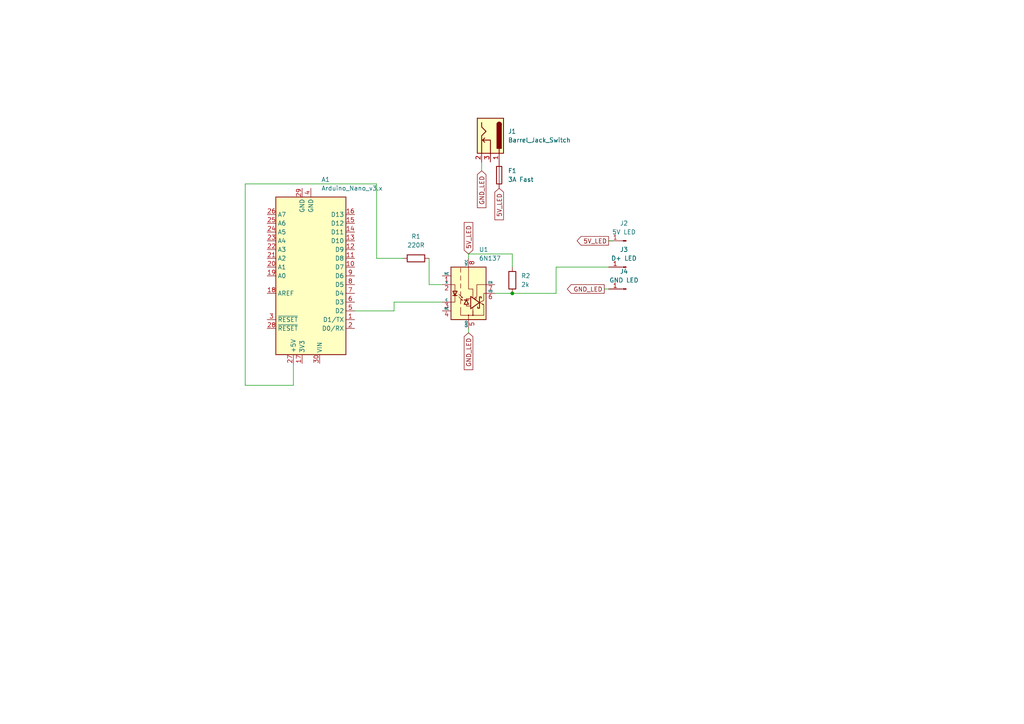
<source format=kicad_sch>
(kicad_sch (version 20231120) (generator "eeschema") (generator_version "8.0")
  (paper "A4")
  (lib_symbols
    (symbol "Connector:Barrel_Jack_Switch" (pin_names hide)
      (property "Reference" "J" (at 0 5.334 0))
      (property "Value" "Barrel_Jack_Switch" (at 0 -5.08 0))
      (symbol "Barrel_Jack_Switch_0_1"
        (rectangle (start -5.08 3.81) (end 5.08 -3.81) (stroke (width 0.254)) (fill (type background)))
        (arc (start -3.302 3.175) (mid -3.9343 2.54) (end -3.302 1.905) (stroke (width 0.254)))
        (arc (start -3.302 3.175) (mid -3.9343 2.54) (end -3.302 1.905) (stroke (width 0.254)) (fill (type outline)))
        (polyline (pts (xy 1.27 -2.286) (xy 1.905 -1.651)) (stroke (width 0.254)))
        (polyline (pts (xy 5.08 2.54) (xy 3.81 2.54)) (stroke (width 0.254)))
        (polyline (pts (xy 5.08 0) (xy 1.27 0) (xy 1.27 -2.286) (xy 0.635 -1.651)) (stroke (width 0.254)))
        (polyline (pts (xy -3.81 -2.54) (xy -2.54 -2.54) (xy -1.27 -1.27) (xy 0 -2.54) (xy 2.54 -2.54) (xy 5.08 -2.54)) (stroke (width 0.254)))
        (rectangle (start 3.683 3.175) (end -3.302 1.905) (stroke (width 0.254)) (fill (type outline)))
      )
      (symbol "Barrel_Jack_Switch_1_1"
        (pin passive line (at 7.62 2.54 180) (length 2.54) (name "~") (number "1"))
        (pin passive line (at 7.62 -2.54 180) (length 2.54) (name "~") (number "2"))
        (pin passive line (at 7.62 0 180) (length 2.54) (name "~") (number "3"))
      )
    )
    (symbol "Connector:Conn_01x01_Pin" (pin_names (offset 1.016) hide)
      (property "Reference" "J" (at 0 2.54 0))
      (property "Value" "Conn_01x01_Pin" (at 0 -2.54 0))
      (symbol "Conn_01x01_Pin_1_1"
        (polyline (pts (xy 1.27 0) (xy 0.8636 0)) (stroke (width 0.1524)))
        (rectangle (start 0.8636 0.127) (end 0 -0.127) (stroke (width 0.1524)) (fill (type outline)))
        (pin passive line (at 5.08 0 180) (length 3.81) (name "Pin_1") (number "1"))
      )
    )
    (symbol "Device:Fuse" (pin_numbers hide) (pin_names (offset 0))
      (property "Reference" "F" (at 2.032 0 90))
      (property "Value" "Fuse" (at -1.905 0 90))
      (symbol "Fuse_0_1"
        (rectangle (start -0.762 -2.54) (end 0.762 2.54) (stroke (width 0.254)))
        (polyline (pts (xy 0 2.54) (xy 0 -2.54)))
      )
      (symbol "Fuse_1_1"
        (pin passive line (at 0 3.81 270) (length 1.27) (name "~") (number "1"))
        (pin passive line (at 0 -3.81 90) (length 1.27) (name "~") (number "2"))
      )
    )
    (symbol "Device:R" (pin_numbers hide) (pin_names (offset 0))
      (property "Reference" "R" (at 2.032 0 90))
      (property "Value" "R" (at 0 0 90))
      (symbol "R_0_1"
        (rectangle (start -1.016 -2.54) (end 1.016 2.54) (stroke (width 0.254)))
      )
      (symbol "R_1_1"
        (pin passive line (at 0 3.81 270) (length 1.27) (name "~") (number "1"))
        (pin passive line (at 0 -3.81 90) (length 1.27) (name "~") (number "2"))
      )
    )
    (symbol "Isolator:6N137" (pin_names (offset 0))
      (property "Reference" "U" (at -4.064 8.89 0))
      (property "Value" "6N137" (at 0 -8.89 0))
      (symbol "6N137_0_1"
        (polyline (pts (xy 0 -6.35) (xy -2.286 -6.35) (xy -2.286 -4.064)))
        (polyline (pts (xy -5.08 -2.54) (xy -3.937 -2.54) (xy -3.937 2.54) (xy -5.08 2.54)))
        (polyline (pts (xy 1.27 -5.08) (xy 1.27 -6.35) (xy 0 -6.35) (xy 0 -7.62)))
        (polyline (pts (xy 3.175 -2.667) (xy 0.635 -4.445) (xy 0.635 -0.889) (xy 3.175 -2.667)) (stroke (width 0.254)))
        (polyline (pts (xy -2.794 -1.016) (xy -1.717 -2.093) (xy -2.076 -1.914) (xy -1.896 -1.734) (xy -1.717 -2.093)))
        (polyline (pts (xy -2.794 -0.254) (xy -1.717 -1.331) (xy -2.076 -1.152) (xy -1.896 -0.972) (xy -1.717 -1.331)))
      )
      (symbol "6N137_1_1"
        (rectangle (start -5.08 7.62) (end 5.08 -7.62) (stroke (width 0.254)) (fill (type background)))
        (circle (center 0 -6.35) (radius 0.127) (fill (type outline)))
        (polyline (pts (xy -4.572 -0.635) (xy -3.302 -0.635)) (stroke (width 0.254)))
        (polyline (pts (xy -2.286 -1.778) (xy -2.286 -3.048)))
        (polyline (pts (xy -2.286 0.508) (xy -2.286 -0.762)))
        (polyline (pts (xy -2.286 2.794) (xy -2.286 1.524)))
        (polyline (pts (xy -2.286 5.08) (xy -2.286 3.81)))
        (polyline (pts (xy -2.286 7.366) (xy -2.286 6.096)))
        (polyline (pts (xy -1.27 -1.905) (xy 0 -1.905)) (stroke (width 0.254)))
        (polyline (pts (xy -0.635 -3.302) (xy -0.635 -3.683) (xy 0.635 -3.683)))
        (polyline (pts (xy -0.635 -1.905) (xy -0.635 -1.524) (xy 0.508 -1.524)))
        (polyline (pts (xy 1.27 -4.064) (xy 1.27 -6.35) (xy 4.445 -6.35)))
        (polyline (pts (xy 3.175 -2.667) (xy 4.445 -3.302) (xy 4.445 -6.35)))
        (polyline (pts (xy -3.937 -0.635) (xy -4.572 0.635) (xy -3.302 0.635) (xy -3.937 -0.635)) (stroke (width 0.254)))
        (polyline (pts (xy -0.635 -1.905) (xy -1.27 -3.175) (xy 0 -3.175) (xy -0.635 -1.905)) (stroke (width 0.254)))
        (polyline (pts (xy 1.27 -1.27) (xy 1.27 1.27) (xy 0 1.27) (xy 0 7.62)))
        (polyline (pts (xy 2.1844 -1.1684) (xy 2.413 -0.889) (xy 2.413 2.54) (xy 5.08 2.54)))
        (polyline (pts (xy 3.175 -2.667) (xy 3.175 -4.318) (xy 2.667 -4.318) (xy 2.667 -3.937)) (stroke (width 0.254)))
        (polyline (pts (xy 3.175 -2.667) (xy 3.175 -1.016) (xy 3.683 -1.016) (xy 3.683 -1.397)) (stroke (width 0.254)))
        (polyline (pts (xy 3.175 -2.667) (xy 4.445 -2.032) (xy 4.445 0) (xy 5.08 0)))
        (polyline (pts (xy 4.445 -3.302) (xy 4.161 -3.018) (xy 4.047 -3.246) (xy 4.445 -3.302)) (stroke (width 0.127)) (fill (type outline)))
        (circle (center 1.27 -6.35) (radius 0.127) (fill (type outline)))
        (circle (center 2.032 -1.397) (radius 0.254))
        (pin passive line (at -7.62 5.08 0) (length 2.54) (name "NC") (number "1"))
        (pin passive line (at -7.62 2.54 0) (length 2.54) (name "A") (number "2"))
        (pin passive line (at -7.62 -2.54 0) (length 2.54) (name "C") (number "3"))
        (pin passive line (at -7.62 -5.08 0) (length 2.54) (name "NC") (number "4"))
        (pin power_in line (at 0 -10.16 90) (length 2.54) (name "GND") (number "5"))
        (pin open_collector line (at 7.62 0 180) (length 2.54) (name "VO") (number "6"))
        (pin input line (at 7.62 2.54 180) (length 2.54) (name "EN") (number "7"))
        (pin power_in line (at 0 10.16 270) (length 2.54) (name "VCC") (number "8"))
      )
    )
    (symbol "MCU_Module:Arduino_Nano_v3.x"
      (property "Reference" "A" (at -10.16 23.495 0))
      (property "Value" "Arduino_Nano_v3.x" (at 5.08 -24.13 0))
      (symbol "Arduino_Nano_v3.x_0_1"
        (rectangle (start -10.16 22.86) (end 10.16 -22.86) (stroke (width 0.254)) (fill (type background)))
      )
      (symbol "Arduino_Nano_v3.x_1_1"
        (pin bidirectional line (at -12.7 12.7 0) (length 2.54) (name "D1/TX") (number "1"))
        (pin bidirectional line (at -12.7 -2.54 0) (length 2.54) (name "D7") (number "10"))
        (pin bidirectional line (at -12.7 -5.08 0) (length 2.54) (name "D8") (number "11"))
        (pin bidirectional line (at -12.7 -7.62 0) (length 2.54) (name "D9") (number "12"))
        (pin bidirectional line (at -12.7 -10.16 0) (length 2.54) (name "D10") (number "13"))
        (pin bidirectional line (at -12.7 -12.7 0) (length 2.54) (name "D11") (number "14"))
        (pin bidirectional line (at -12.7 -15.24 0) (length 2.54) (name "D12") (number "15"))
        (pin bidirectional line (at -12.7 -17.78 0) (length 2.54) (name "D13") (number "16"))
        (pin power_out line (at 2.54 25.4 270) (length 2.54) (name "3V3") (number "17"))
        (pin input line (at 12.7 5.08 180) (length 2.54) (name "AREF") (number "18"))
        (pin bidirectional line (at 12.7 0 180) (length 2.54) (name "A0") (number "19"))
        (pin bidirectional line (at -12.7 15.24 0) (length 2.54) (name "D0/RX") (number "2"))
        (pin bidirectional line (at 12.7 -2.54 180) (length 2.54) (name "A1") (number "20"))
        (pin bidirectional line (at 12.7 -5.08 180) (length 2.54) (name "A2") (number "21"))
        (pin bidirectional line (at 12.7 -7.62 180) (length 2.54) (name "A3") (number "22"))
        (pin bidirectional line (at 12.7 -10.16 180) (length 2.54) (name "A4") (number "23"))
        (pin bidirectional line (at 12.7 -12.7 180) (length 2.54) (name "A5") (number "24"))
        (pin bidirectional line (at 12.7 -15.24 180) (length 2.54) (name "A6") (number "25"))
        (pin bidirectional line (at 12.7 -17.78 180) (length 2.54) (name "A7") (number "26"))
        (pin power_out line (at 5.08 25.4 270) (length 2.54) (name "+5V") (number "27"))
        (pin input line (at 12.7 15.24 180) (length 2.54) (name "~{RESET}") (number "28"))
        (pin power_in line (at 2.54 -25.4 90) (length 2.54) (name "GND") (number "29"))
        (pin input line (at 12.7 12.7 180) (length 2.54) (name "~{RESET}") (number "3"))
        (pin power_in line (at -2.54 25.4 270) (length 2.54) (name "VIN") (number "30"))
        (pin power_in line (at 0 -25.4 90) (length 2.54) (name "GND") (number "4"))
        (pin bidirectional line (at -12.7 10.16 0) (length 2.54) (name "D2") (number "5"))
        (pin bidirectional line (at -12.7 7.62 0) (length 2.54) (name "D3") (number "6"))
        (pin bidirectional line (at -12.7 5.08 0) (length 2.54) (name "D4") (number "7"))
        (pin bidirectional line (at -12.7 2.54 0) (length 2.54) (name "D5") (number "8"))
        (pin bidirectional line (at -12.7 0 0) (length 2.54) (name "D6") (number "9"))
      )
    )
  )
  (junction (at 148.59 85.09))
  (wire (pts (xy 148.59 85.09) (xy 143.51 85.09)))
  (wire (pts (xy 109.22 53.34) (xy 71.12 53.34)))
  (wire (pts (xy 161.29 85.09) (xy 148.59 85.09)))
  (wire (pts (xy 71.12 111.76) (xy 85.09 111.76)))
  (wire (pts (xy 135.89 73.66) (xy 135.89 74.93)))
  (wire (pts (xy 114.3 90.17) (xy 102.87 90.17)))
  (wire (pts (xy 161.29 77.47) (xy 161.29 85.09)))
  (wire (pts (xy 135.89 96.52) (xy 135.89 95.25)))
  (wire (pts (xy 135.89 73.66) (xy 148.59 73.66)))
  (wire (pts (xy 116.84 74.93) (xy 109.22 74.93)))
  (wire (pts (xy 114.3 87.63) (xy 128.27 87.63)))
  (wire (pts (xy 175.26 83.82) (xy 176.53 83.82)))
  (wire (pts (xy 148.59 77.47) (xy 148.59 73.66)))
  (wire (pts (xy 114.3 87.63) (xy 114.3 90.17)))
  (wire (pts (xy 71.12 53.34) (xy 71.12 111.76)))
  (wire (pts (xy 176.53 77.47) (xy 161.29 77.47)))
  (wire (pts (xy 124.46 82.55) (xy 128.27 82.55)))
  (wire (pts (xy 124.46 74.93) (xy 124.46 82.55)))
  (wire (pts (xy 109.22 74.93) (xy 109.22 53.34)))
  (wire (pts (xy 85.09 111.76) (xy 85.09 105.41)))
  (wire (pts (xy 177.8 69.85) (xy 176.53 69.85)))
  (wire (pts (xy 139.7 49.53) (xy 139.7 46.99)))
  (global_label "5V_LED" (shape output) (at 176.53 69.85 180) (property "Intersheetrefs" "${INTERSHEET_REFS}" (effects (hide yes))))
  (global_label "GND_LED" (shape input) (at 135.89 96.52 270) (property "Intersheetrefs" "${INTERSHEET_REFS}" (effects (hide yes))))
  (global_label "GND_LED" (shape input) (at 139.7 49.53 270) (property "Intersheetrefs" "${INTERSHEET_REFS}" (effects (hide yes))))
  (global_label "5V_LED" (shape input) (at 144.78 54.61 270) (property "Intersheetrefs" "${INTERSHEET_REFS}" (effects (hide yes))))
  (global_label "5V_LED" (shape input) (at 135.89 73.66 90) (property "Intersheetrefs" "${INTERSHEET_REFS}" (effects (hide yes))))
  (global_label "GND_LED" (shape output) (at 175.26 83.82 180) (property "Intersheetrefs" "${INTERSHEET_REFS}" (effects (hide yes))))
  (symbol (lib_id "Device:R") (at 148.59 81.28 0) (unit 1)
    (property "Reference" "R2" (at 151.13 80.0099 0) (effects (justify left)))
    (property "Value" "2k" (at 151.13 82.5499 0) (effects (justify left)))
    (property "Footprint" "Resistor_THT:R_Axial_DIN0207_L6.3mm_D2.5mm_P10.16mm_Horizontal" (effects (hide yes)))
    (property "Description" "Resistor" (effects (hide yes)))
  )
  (symbol (lib_id "MCU_Module:Arduino_Nano_v3.x") (at 90.17 80.01 180) (unit 1)
    (property "Reference" "A1" (at 93.1865 52.07 0) (effects (justify right)))
    (property "Value" "Arduino_Nano_v3.x" (at 93.1865 54.61 0) (effects (justify right)))
    (property "Footprint" "Module:Arduino_Nano" (effects (hide yes)))
    (property "Datasheet" "http://www.mouser.com/pdfdocs/Gravitech_Arduino_Nano3_0.pdf" (effects (hide yes)))
    (property "Description" "Arduino Nano v3.x" (effects (hide yes)))
  )
  (symbol (lib_id "Isolator:6N137") (at 135.89 85.09 0) (unit 1)
    (property "Reference" "U1" (at 138.9065 72.39 0) (effects (justify left)))
    (property "Value" "6N137" (at 138.9065 74.93 0) (effects (justify left)))
    (property "Footprint" "Package_DIP:DIP-8_W7.62mm" (effects (hide yes)))
    (property "Datasheet" "https://docs.broadcom.com/docs/AV02-0940EN" (effects (hide yes)))
    (property "Description" "Single High Speed LSTTL/TTL Compatible Optocoupler with enable, dV/dt 1000/us, VCM 10, max 7V VCC, DIP-8" (effects (hide yes)))
  )
  (symbol (lib_id "Connector:Conn_01x01_Pin") (at 181.61 83.82 180) (unit 1)
    (property "Reference" "J4" (at 180.975 78.74 0))
    (property "Value" "GND LED" (at 180.975 81.28 0))
    (property "Footprint" "Connector_Wire:SolderWire-0.5sqmm_1x01_D0.9mm_OD2.1mm_Relief" (effects (hide yes)))
    (property "Description" "Generic connector, single row, 01x01, script generated" (effects (hide yes)))
  )
  (symbol (lib_id "Connector:Conn_01x01_Pin") (at 181.61 69.85 180) (unit 1)
    (property "Reference" "J2" (at 180.975 64.77 0))
    (property "Value" "5V LED" (at 180.975 67.31 0))
    (property "Footprint" "Connector_Wire:SolderWire-0.5sqmm_1x01_D0.9mm_OD2.1mm_Relief" (effects (hide yes)))
    (property "Description" "Generic connector, single row, 01x01, script generated" (effects (hide yes)))
  )
  (symbol (lib_id "Connector:Conn_01x01_Pin") (at 181.61 77.47 180) (unit 1)
    (property "Reference" "J3" (at 180.975 72.39 0))
    (property "Value" "D+ LED" (at 180.975 74.93 0))
    (property "Footprint" "Connector_Wire:SolderWire-0.5sqmm_1x01_D0.9mm_OD2.1mm_Relief" (effects (hide yes)))
    (property "Description" "Generic connector, single row, 01x01, script generated" (effects (hide yes)))
  )
  (symbol (lib_id "Device:R") (at 120.65 74.93 90) (unit 1)
    (property "Reference" "R1" (at 120.65 68.58 90))
    (property "Value" "220R" (at 120.65 71.12 90))
    (property "Footprint" "Resistor_THT:R_Axial_DIN0207_L6.3mm_D2.5mm_P10.16mm_Horizontal" (effects (hide yes)))
    (property "Description" "Resistor" (effects (hide yes)))
  )
  (symbol (lib_id "Device:Fuse") (at 144.78 50.8 180) (unit 1)
    (property "Reference" "F1" (at 147.32 49.5299 0) (effects (justify right)))
    (property "Value" "3A Fast" (at 147.32 52.0699 0) (effects (justify right)))
    (property "Footprint" "Resistor_THT:R_Axial_DIN0411_L9.9mm_D3.6mm_P15.24mm_Horizontal" (effects (hide yes)))
    (property "Description" "Fuse" (effects (hide yes)))
  )
  (symbol (lib_id "Connector:Barrel_Jack_Switch") (at 142.24 39.37 270) (unit 1)
    (property "Reference" "J1" (at 147.32 38.0999 90) (effects (justify left)))
    (property "Value" "Barrel_Jack_Switch" (at 147.32 40.6399 90) (effects (justify left)))
    (property "Footprint" "Connector_BarrelJack:BarrelJack_Kycon_KLDX-0202-xC_Horizontal" (effects (hide yes)))
    (property "Description" "DC Barrel Jack with an internal switch" (effects (hide yes)))
  )
)
</source>
